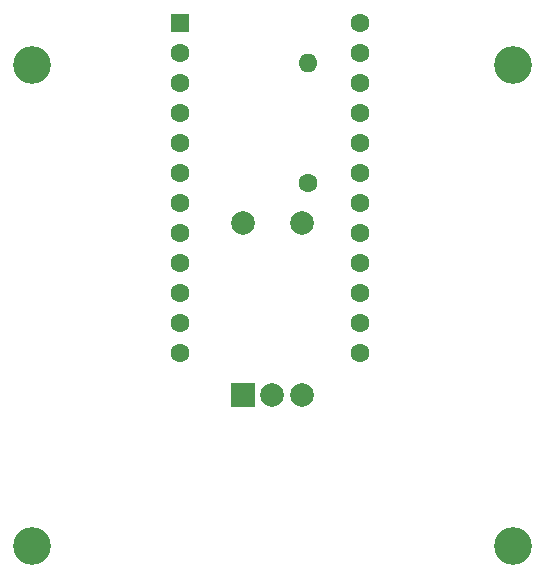
<source format=gbr>
%TF.GenerationSoftware,KiCad,Pcbnew,(5.1.10)-1*%
%TF.CreationDate,2021-11-16T11:27:34+01:00*%
%TF.ProjectId,VolumeKnob,566f6c75-6d65-44b6-9e6f-622e6b696361,rev?*%
%TF.SameCoordinates,Original*%
%TF.FileFunction,Soldermask,Bot*%
%TF.FilePolarity,Negative*%
%FSLAX46Y46*%
G04 Gerber Fmt 4.6, Leading zero omitted, Abs format (unit mm)*
G04 Created by KiCad (PCBNEW (5.1.10)-1) date 2021-11-16 11:27:34*
%MOMM*%
%LPD*%
G01*
G04 APERTURE LIST*
%ADD10C,3.200000*%
%ADD11R,2.000000X2.000000*%
%ADD12C,2.000000*%
%ADD13O,1.600000X1.600000*%
%ADD14C,1.600000*%
%ADD15R,1.600000X1.600000*%
G04 APERTURE END LIST*
D10*
%TO.C,REF\u002A\u002A*%
X59130000Y-95140000D03*
%TD*%
%TO.C,REF\u002A\u002A*%
X59130000Y-54400000D03*
%TD*%
%TO.C,REF\u002A\u002A*%
X99850000Y-54400000D03*
%TD*%
%TO.C,REF\u002A\u002A*%
X99850000Y-95110000D03*
%TD*%
D11*
%TO.C,SW1*%
X77000000Y-82300000D03*
D12*
X79500000Y-82300000D03*
X82000000Y-82300000D03*
X77000000Y-67800000D03*
X82000000Y-67800000D03*
%TD*%
D13*
%TO.C,R1*%
X82500000Y-54240000D03*
D14*
X82500000Y-64400000D03*
%TD*%
D15*
%TO.C,U1*%
X71680000Y-50830000D03*
D14*
X71680000Y-53370000D03*
X71680000Y-55910000D03*
X71680000Y-58450000D03*
X71680000Y-60990000D03*
X71680000Y-63530000D03*
X71680000Y-66070000D03*
X71680000Y-68610000D03*
X71680000Y-71150000D03*
X71680000Y-73690000D03*
X71680000Y-76230000D03*
X71680000Y-78770000D03*
X86920000Y-78770000D03*
X86920000Y-76230000D03*
X86920000Y-73690000D03*
X86920000Y-71150000D03*
X86920000Y-68610000D03*
X86920000Y-66070000D03*
X86920000Y-63530000D03*
X86920000Y-60990000D03*
X86920000Y-58450000D03*
X86920000Y-55910000D03*
X86920000Y-53370000D03*
X86920000Y-50830000D03*
%TD*%
M02*

</source>
